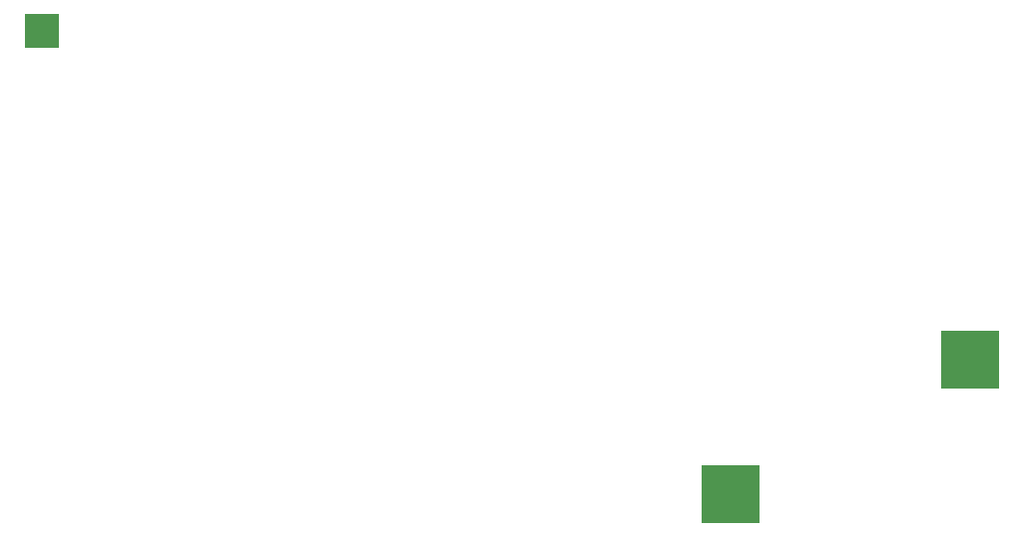
<source format=gtp>
G04 MADE WITH FRITZING*
G04 WWW.FRITZING.ORG*
G04 DOUBLE SIDED*
G04 HOLES PLATED*
G04 CONTOUR ON CENTER OF CONTOUR VECTOR*
%ASAXBY*%
%FSLAX23Y23*%
%MOIN*%
%OFA0B0*%
%SFA1.0B1.0*%
%ADD10R,0.118110X0.118110*%
%ADD11R,0.196850X0.196850*%
%ADD12R,0.001000X0.001000*%
%LNPASTEMASK1*%
G90*
G70*
G54D10*
X300Y1836D03*
G54D11*
X2600Y286D03*
X3400Y736D03*
G54D12*
D02*
G04 End of PasteMask1*
M02*
</source>
